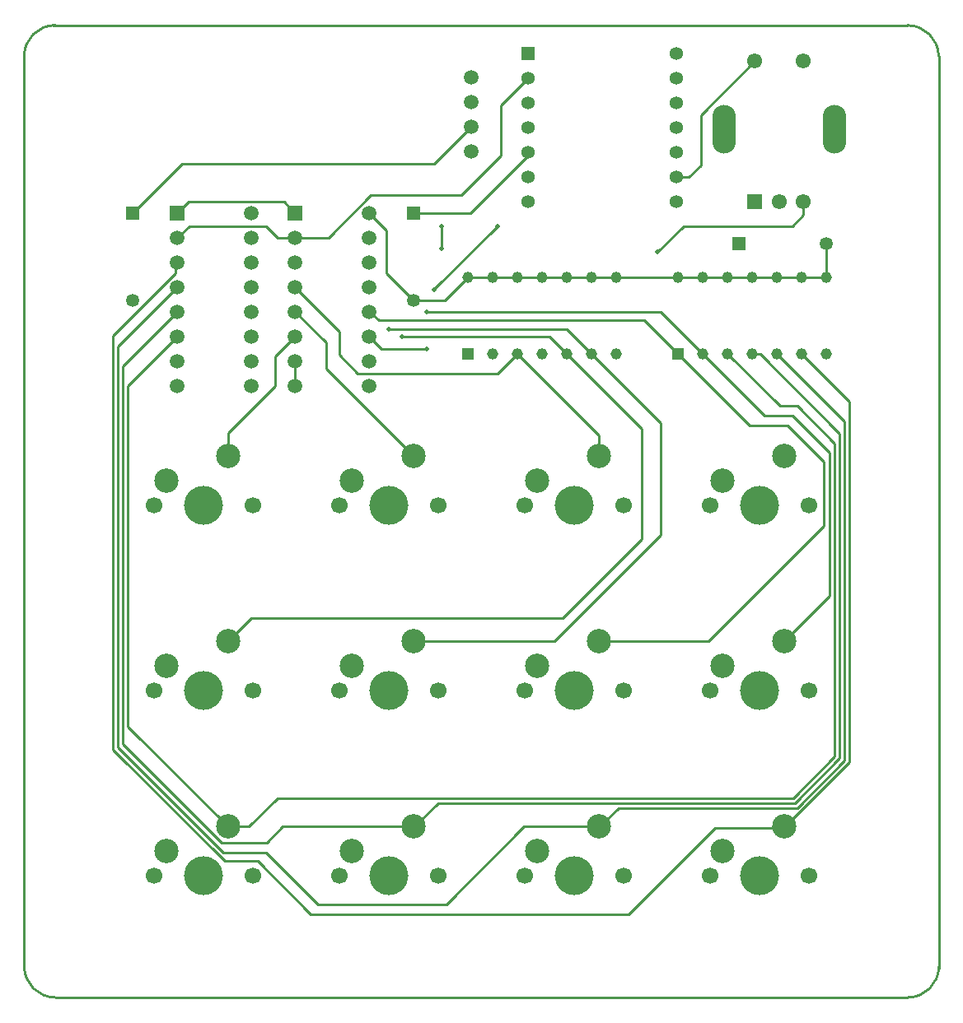
<source format=gtl>
G04*
G04 #@! TF.GenerationSoftware,Altium Limited,Altium Designer,25.3.3 (18)*
G04*
G04 Layer_Physical_Order=1*
G04 Layer_Color=255*
%FSLAX43Y43*%
%MOMM*%
G71*
G04*
G04 #@! TF.SameCoordinates,C300852C-C8DC-408C-B86D-D4AF72776700*
G04*
G04*
G04 #@! TF.FilePolarity,Positive*
G04*
G01*
G75*
%ADD10C,0.254*%
%ADD17C,4.000*%
%ADD18C,1.700*%
%ADD25C,1.550*%
%ADD26R,1.550X1.550*%
G04:AMPARAMS|DCode=27|XSize=2.4mm|YSize=5mm|CornerRadius=1.2mm|HoleSize=0mm|Usage=FLASHONLY|Rotation=0.000|XOffset=0mm|YOffset=0mm|HoleType=Round|Shape=RoundedRectangle|*
%AMROUNDEDRECTD27*
21,1,2.400,2.600,0,0,0.0*
21,1,0.000,5.000,0,0,0.0*
1,1,2.400,0.000,-1.300*
1,1,2.400,0.000,-1.300*
1,1,2.400,0.000,1.300*
1,1,2.400,0.000,1.300*
%
%ADD27ROUNDEDRECTD27*%
%ADD32C,1.500*%
%ADD33C,2.500*%
%ADD34R,1.500X1.500*%
%ADD35R,1.350X1.350*%
%ADD36C,1.350*%
%ADD37C,1.358*%
%ADD38R,1.358X1.358*%
%ADD39R,1.170X1.170*%
%ADD40C,1.170*%
%ADD41R,1.350X1.350*%
%ADD42C,0.508*%
D10*
X170642Y190372D02*
X196516D01*
X200327Y194183D01*
X234290Y178685D02*
X236830D01*
X231750D02*
X234290D01*
X179299Y119507D02*
X184633Y114173D01*
X197780D02*
X205781Y122174D01*
X184633Y114173D02*
X197780D01*
X178410Y118618D02*
X183871Y113157D01*
X216510D02*
X225400Y122047D01*
X183871Y113157D02*
X216510D01*
X174857Y119507D02*
X179299D01*
X163551Y130095D02*
X175028Y118618D01*
X178410D01*
X164059Y130305D02*
X174857Y119507D01*
X171345Y183943D02*
X179271D01*
X170155Y182753D02*
X171345Y183943D01*
X170155Y185293D02*
X171286Y186424D01*
X181089D01*
X232053Y165432D02*
X233831D01*
X237719Y129409D02*
Y161544D01*
X233831Y165432D02*
X237719Y161544D01*
X229210Y170815D02*
X229258Y170767D01*
X230020D02*
X238227Y162560D01*
Y129199D02*
Y162560D01*
X229258Y170767D02*
X230020D01*
X219812Y152146D02*
Y163703D01*
X208890Y141224D02*
X219812Y152146D01*
X210160Y173355D02*
X212700Y170815D01*
X219812Y163703D01*
X217907Y151765D02*
Y163068D01*
X209779Y143637D02*
X217907Y151765D01*
X177775Y143637D02*
X209779D01*
X233401Y164465D02*
X237211Y160655D01*
X230480Y164465D02*
X233401D01*
X224130Y170815D02*
X230480Y164465D01*
X221590Y170815D02*
X228956Y163449D01*
X232843D01*
X218161Y174244D02*
X221590Y170815D01*
X232843Y163449D02*
X236576Y159716D01*
X177521Y122174D02*
X180442Y125095D01*
X215073D01*
X175362Y122174D02*
X177521D01*
X180950D02*
X194412D01*
X174686Y120543D02*
X179319D01*
X180950Y122174D01*
X197333Y181618D02*
Y183959D01*
X165563Y185293D02*
X170642Y190372D01*
X182220Y167513D02*
Y170053D01*
X199315Y187105D02*
X203429Y191218D01*
X190052Y187105D02*
X199315D01*
X185700Y182753D02*
X190052Y187105D01*
X182220Y182753D02*
X185700D01*
X196571Y177419D02*
Y177451D01*
X203048Y183928D01*
Y183959D01*
X191618Y179107D02*
X194432Y176293D01*
X191618Y179107D02*
Y183515D01*
X189840Y185293D02*
X191618Y183515D01*
X188697Y168783D02*
X203048D01*
X186792Y170688D02*
Y173101D01*
Y170688D02*
X188697Y168783D01*
X182220Y177673D02*
X186792Y173101D01*
X175362Y162687D02*
X180181Y167506D01*
X175362Y160274D02*
Y162687D01*
X180181Y167506D02*
Y170554D01*
X185407Y169279D02*
X194412Y160274D01*
X185407Y169279D02*
Y171946D01*
X182220Y175133D02*
X185407Y171946D01*
X180181Y170554D02*
X182220Y172593D01*
X203048Y168783D02*
X205080Y170815D01*
X213462Y160274D02*
Y162433D01*
X205080Y170815D02*
X213462Y162433D01*
X233337Y183959D02*
X234504Y185126D01*
X222161Y183959D02*
X233337D01*
X219495Y181293D02*
X222161Y183959D01*
X234504Y185126D02*
Y186429D01*
X223956Y190199D02*
Y195381D01*
X222733Y188976D02*
X223956Y190199D01*
X221463Y188976D02*
X222733D01*
X223956Y195381D02*
X229504Y200929D01*
X226670Y170815D02*
X232053Y165432D01*
X190848Y174244D02*
X218161D01*
X219812Y175133D02*
X224130Y170815D01*
X197333Y175133D02*
X219812D01*
X197333Y175133D02*
X197333Y175133D01*
X195732D02*
X195732Y175133D01*
X197333D01*
X189959Y175133D02*
X190848Y174244D01*
X193232Y172593D02*
X193254Y172615D01*
X189840Y172593D02*
X191088Y171345D01*
X195732D01*
X191872Y173355D02*
X210160D01*
X193254Y172615D02*
X208360D01*
X210160Y170815D01*
X233630Y124602D02*
X238227Y129199D01*
X194412Y122174D02*
X194539D01*
X215240Y178685D02*
X221590D01*
X200283Y185293D02*
X206223Y191233D01*
Y191516D01*
X194432Y185293D02*
X200283D01*
X203429Y191218D02*
Y196342D01*
X206223Y199136D01*
X236830Y178685D02*
Y182118D01*
X229210Y178685D02*
X231750D01*
X221590D02*
X224130D01*
X226670D02*
X229210D01*
X224130D02*
X226670D01*
X189840Y175133D02*
X189959D01*
X210160Y170815D02*
X217907Y163068D01*
X181089Y186424D02*
X182220Y185293D01*
X205080Y178685D02*
X207620D01*
X210160D01*
X180461Y182753D02*
X182220D01*
X179271Y183943D02*
X180461Y182753D01*
X202540Y178685D02*
X205080D01*
X200000D02*
X202540D01*
X221590D02*
X221590Y178685D01*
X212700Y178685D02*
X215240D01*
X210160D02*
X212700D01*
X194432Y176293D02*
X197608D01*
X200000Y178685D01*
X164059Y130305D02*
Y171577D01*
X164567Y130662D02*
Y169545D01*
X165075Y132461D02*
Y167513D01*
X164059Y171577D02*
X170155Y177673D01*
X164567Y169545D02*
X170155Y175133D01*
X165075Y167513D02*
X170155Y172593D01*
X163551Y130095D02*
Y172668D01*
X169964Y179082D01*
Y180023D01*
X170155Y180213D01*
X239243Y128778D02*
Y165862D01*
X238735Y128988D02*
Y163830D01*
X234290Y170815D02*
X239243Y165862D01*
X231750Y170815D02*
X238735Y163830D01*
X165075Y132461D02*
X175362Y122174D01*
X225400Y122047D02*
X232385D01*
X232512Y122174D01*
X175362Y141224D02*
X177775Y143637D01*
X164567Y130662D02*
X174686Y120543D01*
X232639Y122174D02*
X239243Y128778D01*
X232512Y122174D02*
X232639D01*
X205781D02*
X213589D01*
X213462D02*
X213589D01*
X233840Y124094D02*
X238735Y128988D01*
X215509Y124094D02*
X233840D01*
X213589Y122174D02*
X215509Y124094D01*
X233419Y125110D02*
X237719Y129409D01*
X215088Y125110D02*
X233419D01*
X215073Y125095D02*
X215088Y125110D01*
X215298Y124602D02*
X233630D01*
X215283Y124587D02*
X215298Y124602D01*
X196952Y124587D02*
X215283D01*
X194539Y122174D02*
X196952Y124587D01*
X236576Y153075D02*
Y159716D01*
X224725Y141224D02*
X236576Y153075D01*
X213462Y141224D02*
X224725D01*
X194412D02*
X208890D01*
X232512D02*
X237211Y145923D01*
Y160655D01*
X157571Y204608D02*
G03*
X154397Y201434I0J-3175D01*
G01*
X245232Y104597D02*
G03*
X248407Y107772I0J3175D01*
G01*
X154408D02*
G03*
X157583Y104597I3175J0D01*
G01*
X248382Y201422D02*
G03*
X245207Y204597I-3175J0D01*
G01*
X154397Y107772D02*
X154397Y201434D01*
X248397Y201422D02*
X248397Y107520D01*
X157583Y104597D02*
X245232Y104597D01*
X157302Y204597D02*
X245207Y204597D01*
D17*
X229972Y117094D02*
D03*
X210922D02*
D03*
X191872D02*
D03*
X172822D02*
D03*
X229972Y136144D02*
D03*
X210922D02*
D03*
X191872D02*
D03*
X172822D02*
D03*
X229972Y155194D02*
D03*
X210922D02*
D03*
X191872D02*
D03*
X172822D02*
D03*
D18*
X235052Y117094D02*
D03*
X224892D02*
D03*
X216002D02*
D03*
X205842D02*
D03*
X196952D02*
D03*
X186792D02*
D03*
X177902D02*
D03*
X167742D02*
D03*
X235052Y136144D02*
D03*
X224892D02*
D03*
X216002D02*
D03*
X205842D02*
D03*
X196952D02*
D03*
X186792D02*
D03*
X177902D02*
D03*
X167742D02*
D03*
X235052Y155194D02*
D03*
X224892D02*
D03*
X216002D02*
D03*
X205842D02*
D03*
X196952D02*
D03*
X186792D02*
D03*
X177902D02*
D03*
X167742D02*
D03*
D25*
X229504Y200929D02*
D03*
X234504D02*
D03*
Y186429D02*
D03*
X232004D02*
D03*
D26*
X229504D02*
D03*
D27*
X237704Y193929D02*
D03*
X226304D02*
D03*
D32*
X200327Y199263D02*
D03*
Y196723D02*
D03*
Y194183D02*
D03*
Y191643D02*
D03*
X177775Y167513D02*
D03*
Y170053D02*
D03*
Y172593D02*
D03*
Y175133D02*
D03*
Y177673D02*
D03*
Y180213D02*
D03*
Y182753D02*
D03*
Y185293D02*
D03*
X170155Y167513D02*
D03*
Y170053D02*
D03*
Y172593D02*
D03*
Y175133D02*
D03*
Y177673D02*
D03*
Y180213D02*
D03*
Y182753D02*
D03*
X189840Y167513D02*
D03*
Y170053D02*
D03*
Y172593D02*
D03*
Y175133D02*
D03*
Y177673D02*
D03*
Y180213D02*
D03*
Y182753D02*
D03*
Y185293D02*
D03*
X182220Y167513D02*
D03*
Y170053D02*
D03*
Y172593D02*
D03*
Y175133D02*
D03*
Y177673D02*
D03*
Y180213D02*
D03*
Y182753D02*
D03*
D33*
X232512Y122174D02*
D03*
X226162Y119634D02*
D03*
X213462Y122174D02*
D03*
X207112Y119634D02*
D03*
X194412Y122174D02*
D03*
X188062Y119634D02*
D03*
X175362Y122174D02*
D03*
X169012Y119634D02*
D03*
X232512Y141224D02*
D03*
X226162Y138684D02*
D03*
X213462Y141224D02*
D03*
X207112Y138684D02*
D03*
X194412Y141224D02*
D03*
X188062Y138684D02*
D03*
X175362Y141224D02*
D03*
X169012Y138684D02*
D03*
X232512Y160274D02*
D03*
X226162Y157734D02*
D03*
X213462Y160274D02*
D03*
X207112Y157734D02*
D03*
X194412Y160274D02*
D03*
X188062Y157734D02*
D03*
X175362Y160274D02*
D03*
X169012Y157734D02*
D03*
D34*
X170155Y185293D02*
D03*
X182220D02*
D03*
D35*
X165563D02*
D03*
X194432D02*
D03*
D36*
X165563Y176293D02*
D03*
X236830Y182118D02*
D03*
X194432Y176293D02*
D03*
D37*
X221463Y194056D02*
D03*
Y191516D02*
D03*
Y188976D02*
D03*
Y186436D02*
D03*
Y196596D02*
D03*
Y199136D02*
D03*
Y201676D02*
D03*
X206223Y194056D02*
D03*
Y191516D02*
D03*
Y188976D02*
D03*
Y186436D02*
D03*
Y196596D02*
D03*
Y199136D02*
D03*
D38*
Y201676D02*
D03*
D39*
X221590Y170815D02*
D03*
X200000Y170815D02*
D03*
D40*
X224130Y170815D02*
D03*
X226670D02*
D03*
X229210D02*
D03*
X231750D02*
D03*
X234290D02*
D03*
X236830D02*
D03*
Y178685D02*
D03*
X234290D02*
D03*
X231750D02*
D03*
X229210D02*
D03*
X226670D02*
D03*
X224130D02*
D03*
X221590D02*
D03*
X202540Y170815D02*
D03*
X205080D02*
D03*
X207620D02*
D03*
X210160D02*
D03*
X212700D02*
D03*
X215240D02*
D03*
Y178685D02*
D03*
X212700D02*
D03*
X210160D02*
D03*
X207620D02*
D03*
X205080D02*
D03*
X202540D02*
D03*
X200000D02*
D03*
D41*
X227830Y182118D02*
D03*
D42*
X195732Y175133D02*
D03*
X219495Y181293D02*
D03*
X203048Y183959D02*
D03*
X197333D02*
D03*
Y181618D02*
D03*
X196571Y177419D02*
D03*
X195732Y171345D02*
D03*
X193232Y172593D02*
D03*
X191872Y173355D02*
D03*
M02*

</source>
